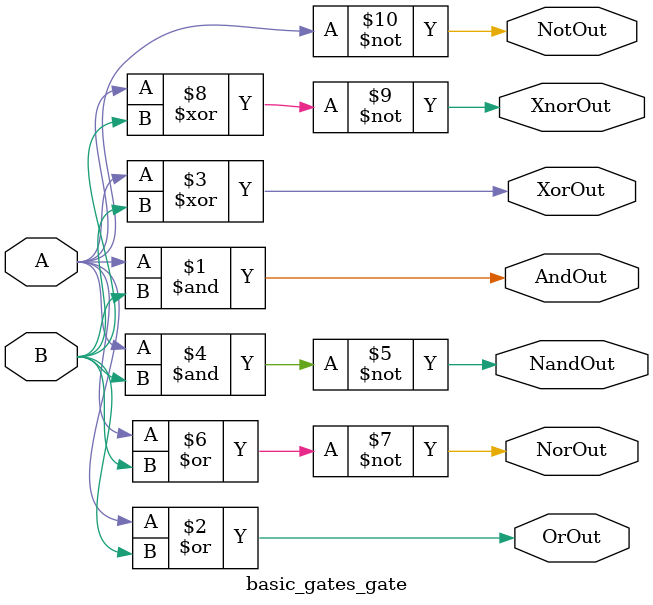
<source format=v>
module basic_gates_gate(A, B, AndOut, OrOut, NotOut, XorOut, NandOut, NorOut, XnorOut);
  input A, B;
  output AndOut, OrOut, NotOut, XorOut, NandOut, NorOut, XnorOut;
  
  and(AndOut, A, B);
  or(OrOut, A, B);
  not(NotOut, A);
  xor(XorOut, A, B);
  nand(NandOut, A, B);
  nor(NorOut, A, B);
  xnor(XnorOut, A, B);
endmodule

</source>
